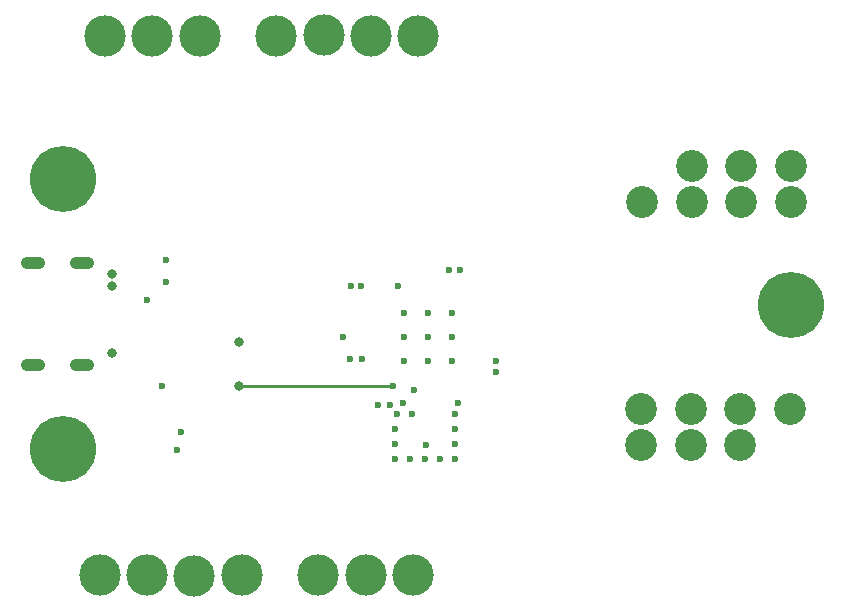
<source format=gbr>
%TF.GenerationSoftware,KiCad,Pcbnew,7.0.6*%
%TF.CreationDate,2023-09-20T14:55:28-04:00*%
%TF.ProjectId,32U4_NES_SNES_adapter,33325534-5f4e-4455-935f-534e45535f61,rev?*%
%TF.SameCoordinates,Original*%
%TF.FileFunction,Copper,L4,Bot*%
%TF.FilePolarity,Positive*%
%FSLAX46Y46*%
G04 Gerber Fmt 4.6, Leading zero omitted, Abs format (unit mm)*
G04 Created by KiCad (PCBNEW 7.0.6) date 2023-09-20 14:55:28*
%MOMM*%
%LPD*%
G01*
G04 APERTURE LIST*
%TA.AperFunction,ComponentPad*%
%ADD10C,3.500000*%
%TD*%
%TA.AperFunction,ComponentPad*%
%ADD11C,2.700000*%
%TD*%
%TA.AperFunction,ComponentPad*%
%ADD12C,5.600000*%
%TD*%
%TA.AperFunction,ComponentPad*%
%ADD13O,2.100000X1.050000*%
%TD*%
%TA.AperFunction,ViaPad*%
%ADD14C,0.600000*%
%TD*%
%TA.AperFunction,ViaPad*%
%ADD15C,0.800000*%
%TD*%
%TA.AperFunction,Conductor*%
%ADD16C,0.254000*%
%TD*%
G04 APERTURE END LIST*
D10*
%TO.P,J2,1,5V*%
%TO.N,VCC*%
X97064000Y-120709000D03*
%TO.P,J2,2,CLK*%
%TO.N,/SNES_1_CLK*%
X101064000Y-120709000D03*
%TO.P,J2,3,LATCH*%
%TO.N,/SNES_1_LATCH*%
X105064000Y-120809000D03*
%TO.P,J2,4,DATA*%
%TO.N,/SNES_1_DATA*%
X109064000Y-120709000D03*
%TO.P,J2,5,NC*%
%TO.N,unconnected-(J2-Pad5)*%
X115564000Y-120709000D03*
%TO.P,J2,6,NC*%
%TO.N,unconnected-(J2-Pad6)*%
X119564000Y-120709000D03*
%TO.P,J2,7,GND*%
%TO.N,GND*%
X123564000Y-120709000D03*
%TD*%
D11*
%TO.P,J5,1,5V*%
%TO.N,VCC*%
X147168000Y-86125000D03*
%TO.P,J5,2,NC*%
%TO.N,unconnected-(J5-Pad2)*%
X151359000Y-86125000D03*
%TO.P,J5,3,NC*%
%TO.N,unconnected-(J5-Pad3)*%
X155550000Y-86125000D03*
%TO.P,J5,4,DATA*%
%TO.N,/NES_2_DATA*%
X155550000Y-89125000D03*
%TO.P,J5,5,LATCH*%
%TO.N,/NES_2_LATCH*%
X151359000Y-89125000D03*
%TO.P,J5,6,CLK*%
%TO.N,/NES_2_CLK*%
X147168000Y-89125000D03*
%TO.P,J5,7,GND*%
%TO.N,GND*%
X142977000Y-89125000D03*
%TD*%
D12*
%TO.P,H3,1,1*%
%TO.N,GND*%
X155550000Y-97917000D03*
%TD*%
D11*
%TO.P,J4,1,5V*%
%TO.N,VCC*%
X151282000Y-109709000D03*
%TO.P,J4,2,NC*%
%TO.N,unconnected-(J4-Pad2)*%
X147091000Y-109709000D03*
%TO.P,J4,3,NC*%
%TO.N,unconnected-(J4-Pad3)*%
X142900000Y-109709000D03*
%TO.P,J4,4,DATA*%
%TO.N,/NES_1_DATA*%
X142900000Y-106709000D03*
%TO.P,J4,5,LATCH*%
%TO.N,/NES_1_LATCH*%
X147091000Y-106709000D03*
%TO.P,J4,6,CLK*%
%TO.N,/NES_1_CLK*%
X151282000Y-106709000D03*
%TO.P,J4,7,GND*%
%TO.N,GND*%
X155473000Y-106709000D03*
%TD*%
D12*
%TO.P,H1,1,1*%
%TO.N,GND*%
X93895500Y-87249000D03*
%TD*%
%TO.P,H2,1,1*%
%TO.N,GND*%
X93895500Y-110109000D03*
%TD*%
D10*
%TO.P,J3,1,5V*%
%TO.N,VCC*%
X124014000Y-75125000D03*
%TO.P,J3,2,CLK*%
%TO.N,/SNES_2_CLK*%
X120014000Y-75125000D03*
%TO.P,J3,3,LATCH*%
%TO.N,/SNES_2_LATCH*%
X116014000Y-75025000D03*
%TO.P,J3,4,DATA*%
%TO.N,/SNES_2_DATA*%
X112014000Y-75125000D03*
%TO.P,J3,5,NC*%
%TO.N,unconnected-(J3-Pad5)*%
X105514000Y-75125000D03*
%TO.P,J3,6,NC*%
%TO.N,unconnected-(J3-Pad6)*%
X101514000Y-75125000D03*
%TO.P,J3,7,GND*%
%TO.N,GND*%
X97514000Y-75125000D03*
%TD*%
D13*
%TO.P,J1,S1,SHIELD*%
%TO.N,unconnected-(J1-PadS1)*%
X95535500Y-94359000D03*
%TO.P,J1,S2,SHIELD*%
%TO.N,unconnected-(J1-PadS2)*%
X95535500Y-102999000D03*
%TO.P,J1,S3,SHIELD*%
%TO.N,unconnected-(J1-PadS3)*%
X91355500Y-94359000D03*
%TO.P,J1,S4,SHIELD*%
%TO.N,unconnected-(J1-PadS4)*%
X91355500Y-102999000D03*
%TD*%
D14*
%TO.N,GND*%
X103962200Y-108597750D03*
X127381000Y-106172000D03*
X124688600Y-109702600D03*
X102631200Y-94046000D03*
D15*
X98119000Y-101929000D03*
D14*
X122841000Y-102584000D03*
X125857000Y-110896400D03*
D15*
X108876300Y-101020400D03*
D14*
X122047000Y-108354000D03*
X126618000Y-94894400D03*
X122841000Y-100584000D03*
X122841000Y-98584000D03*
X123317000Y-110894000D03*
X127127000Y-110894000D03*
X122047000Y-110894000D03*
X123670544Y-105039041D03*
X127127000Y-108354000D03*
X126841000Y-98584000D03*
X126841000Y-102584000D03*
X118265000Y-102466200D03*
X127127000Y-109624000D03*
X124841000Y-98584000D03*
X122047000Y-109624000D03*
X127127000Y-107084000D03*
D15*
X98119000Y-95278000D03*
D14*
X122250200Y-107086400D03*
X124841000Y-100584000D03*
X124841000Y-102584000D03*
X124587000Y-110894000D03*
X130584000Y-103544000D03*
X117652800Y-100584000D03*
X118290400Y-96266000D03*
X126841000Y-100584000D03*
X120627200Y-106349800D03*
X123487000Y-107111800D03*
X122758200Y-106172000D03*
X101092000Y-97429000D03*
%TO.N,VCC*%
X102362000Y-104770400D03*
X121587200Y-106349800D03*
X127578000Y-94894400D03*
X103581200Y-110121750D03*
X102631200Y-95946000D03*
X119225000Y-102497377D03*
X130584000Y-102584000D03*
X122341000Y-96266000D03*
D15*
X98119000Y-96238000D03*
D14*
X119151400Y-96266000D03*
%TO.N,Net-(R3-Pad2)*%
X121920000Y-104775000D03*
D15*
X108876300Y-104770400D03*
%TD*%
D16*
%TO.N,Net-(R3-Pad2)*%
X121920000Y-104775000D02*
X108880900Y-104775000D01*
X108880900Y-104775000D02*
X108876300Y-104770400D01*
%TD*%
M02*

</source>
